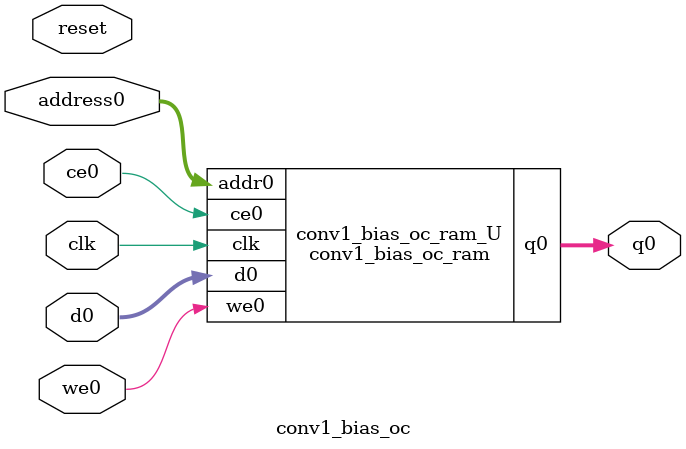
<source format=v>

`timescale 1 ns / 1 ps
module conv1_bias_oc_ram (addr0, ce0, d0, we0, q0,  clk);

parameter DWIDTH = 32;
parameter AWIDTH = 3;
parameter MEM_SIZE = 6;

input[AWIDTH-1:0] addr0;
input ce0;
input[DWIDTH-1:0] d0;
input we0;
output reg[DWIDTH-1:0] q0;
input clk;

(* ram_style = "distributed" *)reg [DWIDTH-1:0] ram[0:MEM_SIZE-1];




always @(posedge clk)  
begin 
    if (ce0) 
    begin
        if (we0) 
        begin 
            ram[addr0] <= d0; 
            q0 <= d0;
        end 
        else 
            q0 <= ram[addr0];
    end
end


endmodule


`timescale 1 ns / 1 ps
module conv1_bias_oc(
    reset,
    clk,
    address0,
    ce0,
    we0,
    d0,
    q0);

parameter DataWidth = 32'd32;
parameter AddressRange = 32'd6;
parameter AddressWidth = 32'd3;
input reset;
input clk;
input[AddressWidth - 1:0] address0;
input ce0;
input we0;
input[DataWidth - 1:0] d0;
output[DataWidth - 1:0] q0;



conv1_bias_oc_ram conv1_bias_oc_ram_U(
    .clk( clk ),
    .addr0( address0 ),
    .ce0( ce0 ),
    .we0( we0 ),
    .d0( d0 ),
    .q0( q0 ));

endmodule


</source>
